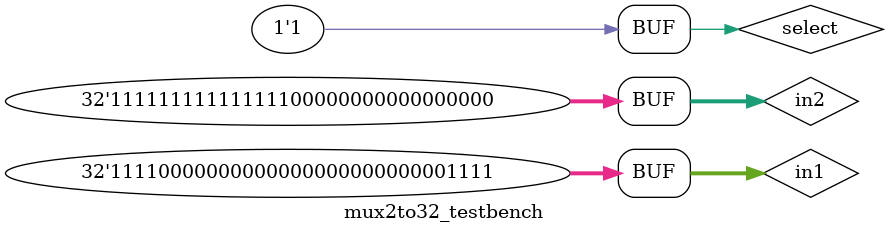
<source format=v>
`define DELAY 20
module mux2to32_testbench();

reg[31:0] in1;
reg[31:0] in2;
reg select;
wire [31:0] out;


mux2to32 test(out,in1,in2,select);


initial begin
in1 = 32'b11110000111100001111000011110000; 
in2 = 32'b11111111111111111111111111111111;
select = 1'b0;
#`DELAY;
in1 = 32'b11110000000000000000000000001111; 
in2 = 32'b111111111111111100000000000000000;
select = 1'b1;

end

initial begin
$monitor("out=%32b in1=%32b in2=%32b select=%1b", out,in1,in2,select);
end


endmodule
</source>
